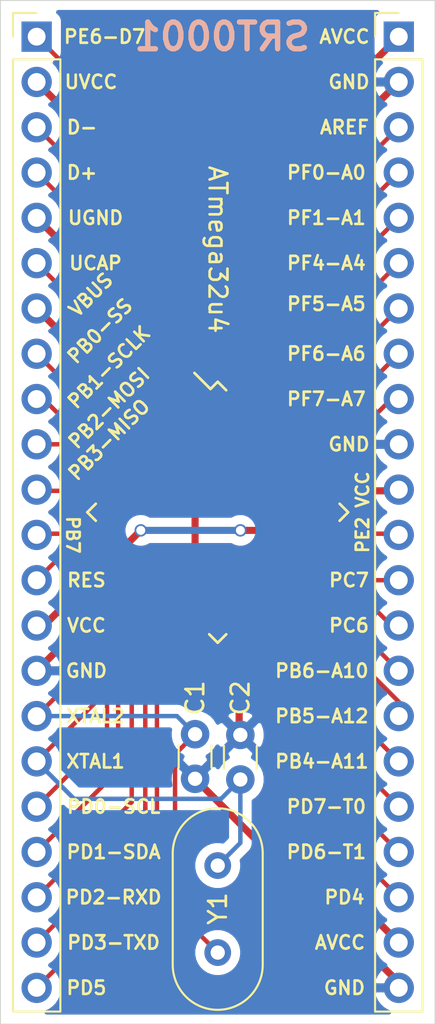
<source format=kicad_pcb>
(kicad_pcb (version 20171130) (host pcbnew "(5.1.7)-1")

  (general
    (thickness 1.6)
    (drawings 50)
    (tracks 181)
    (zones 0)
    (modules 6)
    (nets 40)
  )

  (page A4)
  (layers
    (0 F.Cu signal)
    (31 B.Cu signal)
    (32 B.Adhes user)
    (33 F.Adhes user)
    (34 B.Paste user)
    (35 F.Paste user)
    (36 B.SilkS user)
    (37 F.SilkS user)
    (38 B.Mask user)
    (39 F.Mask user)
    (40 Dwgs.User user)
    (41 Cmts.User user)
    (42 Eco1.User user)
    (43 Eco2.User user)
    (44 Edge.Cuts user)
    (45 Margin user)
    (46 B.CrtYd user)
    (47 F.CrtYd user)
    (48 B.Fab user)
    (49 F.Fab user)
  )

  (setup
    (last_trace_width 0.25)
    (trace_clearance 0.2)
    (zone_clearance 0.508)
    (zone_45_only no)
    (trace_min 0.2)
    (via_size 0.8)
    (via_drill 0.4)
    (via_min_size 0.4)
    (via_min_drill 0.3)
    (uvia_size 0.3)
    (uvia_drill 0.1)
    (uvias_allowed no)
    (uvia_min_size 0.2)
    (uvia_min_drill 0.1)
    (edge_width 0.05)
    (segment_width 0.2)
    (pcb_text_width 0.3)
    (pcb_text_size 1.5 1.5)
    (mod_edge_width 0.12)
    (mod_text_size 1 1)
    (mod_text_width 0.15)
    (pad_size 1.524 1.524)
    (pad_drill 0.762)
    (pad_to_mask_clearance 0.0508)
    (solder_mask_min_width 0.101)
    (aux_axis_origin 0 0)
    (visible_elements 7FFFFFFF)
    (pcbplotparams
      (layerselection 0x010fc_ffffffff)
      (usegerberextensions true)
      (usegerberattributes true)
      (usegerberadvancedattributes true)
      (creategerberjobfile true)
      (excludeedgelayer true)
      (linewidth 0.100000)
      (plotframeref false)
      (viasonmask false)
      (mode 1)
      (useauxorigin false)
      (hpglpennumber 1)
      (hpglpenspeed 20)
      (hpglpendiameter 15.000000)
      (psnegative false)
      (psa4output false)
      (plotreference true)
      (plotvalue true)
      (plotinvisibletext false)
      (padsonsilk false)
      (subtractmaskfromsilk false)
      (outputformat 1)
      (mirror false)
      (drillshape 0)
      (scaleselection 1)
      (outputdirectory "gerbers"))
  )

  (net 0 "")
  (net 1 D7)
  (net 2 UVCC)
  (net 3 D-)
  (net 4 D+)
  (net 5 UGND)
  (net 6 UCAP)
  (net 7 VBUS)
  (net 8 PB0)
  (net 9 PB1)
  (net 10 PB2)
  (net 11 PB3)
  (net 12 PB7)
  (net 13 RESET)
  (net 14 VCC)
  (net 15 GND)
  (net 16 XTAL2)
  (net 17 XTAL1)
  (net 18 PD0)
  (net 19 PD1)
  (net 20 PD2)
  (net 21 PD3)
  (net 22 PD5)
  (net 23 AVCC)
  (net 24 PD4)
  (net 25 PD6)
  (net 26 PD7)
  (net 27 PB4)
  (net 28 PB5)
  (net 29 PB6)
  (net 30 PC7)
  (net 31 PE2)
  (net 32 PF7)
  (net 33 PF6)
  (net 34 PF5)
  (net 35 PF4)
  (net 36 PF1)
  (net 37 PF0)
  (net 38 AREF)
  (net 39 PC6)

  (net_class Default "This is the default net class."
    (clearance 0.2)
    (trace_width 0.25)
    (via_dia 0.8)
    (via_drill 0.4)
    (uvia_dia 0.3)
    (uvia_drill 0.1)
    (add_net AREF)
    (add_net D+)
    (add_net D-)
    (add_net D7)
    (add_net PB0)
    (add_net PB1)
    (add_net PB2)
    (add_net PB3)
    (add_net PB4)
    (add_net PB5)
    (add_net PB6)
    (add_net PB7)
    (add_net PC6)
    (add_net PC7)
    (add_net PD0)
    (add_net PD1)
    (add_net PD2)
    (add_net PD3)
    (add_net PD4)
    (add_net PD5)
    (add_net PD6)
    (add_net PD7)
    (add_net PE2)
    (add_net PF0)
    (add_net PF1)
    (add_net PF4)
    (add_net PF5)
    (add_net PF6)
    (add_net PF7)
    (add_net RESET)
    (add_net UCAP)
    (add_net XTAL1)
    (add_net XTAL2)
  )

  (net_class Power ""
    (clearance 0.2)
    (trace_width 0.4)
    (via_dia 0.7)
    (via_drill 0.5)
    (uvia_dia 0.3)
    (uvia_drill 0.1)
    (add_net AVCC)
    (add_net GND)
    (add_net UGND)
    (add_net UVCC)
    (add_net VBUS)
    (add_net VCC)
  )

  (module Crystal:Crystal_HC49-U_Vertical (layer F.Cu) (tedit 5A1AD3B8) (tstamp 5FA1FDDF)
    (at 141.986 117.602 270)
    (descr "Crystal THT HC-49/U http://5hertz.com/pdfs/04404_D.pdf")
    (tags "THT crystalHC-49/U")
    (path /5FA2C1B8)
    (fp_text reference Y1 (at 2.413 0 90) (layer F.SilkS)
      (effects (font (size 1 1) (thickness 0.15)))
    )
    (fp_text value 16MHz (at 9.398 -0.254) (layer F.Fab) hide
      (effects (font (size 1 1) (thickness 0.15)))
    )
    (fp_line (start 8.4 -2.8) (end -3.5 -2.8) (layer F.CrtYd) (width 0.05))
    (fp_line (start 8.4 2.8) (end 8.4 -2.8) (layer F.CrtYd) (width 0.05))
    (fp_line (start -3.5 2.8) (end 8.4 2.8) (layer F.CrtYd) (width 0.05))
    (fp_line (start -3.5 -2.8) (end -3.5 2.8) (layer F.CrtYd) (width 0.05))
    (fp_line (start -0.685 2.525) (end 5.565 2.525) (layer F.SilkS) (width 0.12))
    (fp_line (start -0.685 -2.525) (end 5.565 -2.525) (layer F.SilkS) (width 0.12))
    (fp_line (start -0.56 2) (end 5.44 2) (layer F.Fab) (width 0.1))
    (fp_line (start -0.56 -2) (end 5.44 -2) (layer F.Fab) (width 0.1))
    (fp_line (start -0.685 2.325) (end 5.565 2.325) (layer F.Fab) (width 0.1))
    (fp_line (start -0.685 -2.325) (end 5.565 -2.325) (layer F.Fab) (width 0.1))
    (fp_text user %R (at 2.44 0 90) (layer F.Fab) hide
      (effects (font (size 1 1) (thickness 0.15)))
    )
    (fp_arc (start -0.685 0) (end -0.685 -2.325) (angle -180) (layer F.Fab) (width 0.1))
    (fp_arc (start 5.565 0) (end 5.565 -2.325) (angle 180) (layer F.Fab) (width 0.1))
    (fp_arc (start -0.56 0) (end -0.56 -2) (angle -180) (layer F.Fab) (width 0.1))
    (fp_arc (start 5.44 0) (end 5.44 -2) (angle 180) (layer F.Fab) (width 0.1))
    (fp_arc (start -0.685 0) (end -0.685 -2.525) (angle -180) (layer F.SilkS) (width 0.12))
    (fp_arc (start 5.565 0) (end 5.565 -2.525) (angle 180) (layer F.SilkS) (width 0.12))
    (pad 1 thru_hole circle (at 0 0 270) (size 1.5 1.5) (drill 0.8) (layers *.Cu *.Mask)
      (net 17 XTAL1))
    (pad 2 thru_hole circle (at 4.88 0 270) (size 1.5 1.5) (drill 0.8) (layers *.Cu *.Mask)
      (net 16 XTAL2))
    (model ${KISYS3DMOD}/Crystal.3dshapes/Crystal_HC49-U_Vertical.wrl
      (at (xyz 0 0 0))
      (scale (xyz 1 1 1))
      (rotate (xyz 0 0 0))
    )
  )

  (module Package_QFP:TQFP-44_10x10mm_P0.8mm (layer F.Cu) (tedit 5A02F146) (tstamp 5FA12940)
    (at 141.986 97.79 315)
    (descr "44-Lead Plastic Thin Quad Flatpack (PT) - 10x10x1.0 mm Body [TQFP] (see Microchip Packaging Specification 00000049BS.pdf)")
    (tags "QFP 0.8")
    (path /5FA1231A)
    (attr smd)
    (fp_text reference U1 (at -7.36381 -7.36381) (layer F.SilkS) hide
      (effects (font (size 1 1) (thickness 0.15)))
    )
    (fp_text value ATmega32U4-AU (at 6.106574 6.106574) (layer F.Fab) hide
      (effects (font (size 1 1) (thickness 0.15)))
    )
    (fp_line (start -5.175 -4.6) (end -6.45 -4.6) (layer F.SilkS) (width 0.15))
    (fp_line (start 5.175 -5.175) (end 4.5 -5.175) (layer F.SilkS) (width 0.15))
    (fp_line (start 5.175 5.175) (end 4.5 5.175) (layer F.SilkS) (width 0.15))
    (fp_line (start -5.175 5.175) (end -4.5 5.175) (layer F.SilkS) (width 0.15))
    (fp_line (start -5.175 -5.175) (end -4.5 -5.175) (layer F.SilkS) (width 0.15))
    (fp_line (start -5.175 5.175) (end -5.175 4.5) (layer F.SilkS) (width 0.15))
    (fp_line (start 5.175 5.175) (end 5.175 4.5) (layer F.SilkS) (width 0.15))
    (fp_line (start 5.175 -5.175) (end 5.175 -4.5) (layer F.SilkS) (width 0.15))
    (fp_line (start -5.175 -5.175) (end -5.175 -4.6) (layer F.SilkS) (width 0.15))
    (fp_line (start -6.7 6.7) (end 6.7 6.7) (layer F.CrtYd) (width 0.05))
    (fp_line (start -6.7 -6.7) (end 6.7 -6.7) (layer F.CrtYd) (width 0.05))
    (fp_line (start 6.7 -6.7) (end 6.7 6.7) (layer F.CrtYd) (width 0.05))
    (fp_line (start -6.7 -6.7) (end -6.7 6.7) (layer F.CrtYd) (width 0.05))
    (fp_line (start -5 -4) (end -4 -5) (layer F.Fab) (width 0.15))
    (fp_line (start -5 5) (end -5 -4) (layer F.Fab) (width 0.15))
    (fp_line (start 5 5) (end -5 5) (layer F.Fab) (width 0.15))
    (fp_line (start 5 -5) (end 5 5) (layer F.Fab) (width 0.15))
    (fp_line (start -4 -5) (end 5 -5) (layer F.Fab) (width 0.15))
    (fp_text user %R (at 0 0 135) (layer F.Fab) hide
      (effects (font (size 1 1) (thickness 0.15)))
    )
    (pad 1 smd rect (at -5.7 -4 315) (size 1.5 0.55) (layers F.Cu F.Paste F.Mask)
      (net 1 D7))
    (pad 2 smd rect (at -5.7 -3.2 315) (size 1.5 0.55) (layers F.Cu F.Paste F.Mask)
      (net 2 UVCC))
    (pad 3 smd rect (at -5.7 -2.4 315) (size 1.5 0.55) (layers F.Cu F.Paste F.Mask)
      (net 3 D-))
    (pad 4 smd rect (at -5.7 -1.6 315) (size 1.5 0.55) (layers F.Cu F.Paste F.Mask)
      (net 4 D+))
    (pad 5 smd rect (at -5.7 -0.8 315) (size 1.5 0.55) (layers F.Cu F.Paste F.Mask)
      (net 5 UGND))
    (pad 6 smd rect (at -5.7 0 315) (size 1.5 0.55) (layers F.Cu F.Paste F.Mask)
      (net 6 UCAP))
    (pad 7 smd rect (at -5.7 0.8 315) (size 1.5 0.55) (layers F.Cu F.Paste F.Mask)
      (net 7 VBUS))
    (pad 8 smd rect (at -5.7 1.6 315) (size 1.5 0.55) (layers F.Cu F.Paste F.Mask)
      (net 8 PB0))
    (pad 9 smd rect (at -5.7 2.4 315) (size 1.5 0.55) (layers F.Cu F.Paste F.Mask)
      (net 9 PB1))
    (pad 10 smd rect (at -5.7 3.2 315) (size 1.5 0.55) (layers F.Cu F.Paste F.Mask)
      (net 10 PB2))
    (pad 11 smd rect (at -5.7 4 315) (size 1.5 0.55) (layers F.Cu F.Paste F.Mask)
      (net 11 PB3))
    (pad 12 smd rect (at -4 5.7 45) (size 1.5 0.55) (layers F.Cu F.Paste F.Mask)
      (net 12 PB7))
    (pad 13 smd rect (at -3.2 5.7 45) (size 1.5 0.55) (layers F.Cu F.Paste F.Mask)
      (net 13 RESET))
    (pad 14 smd rect (at -2.4 5.7 45) (size 1.5 0.55) (layers F.Cu F.Paste F.Mask)
      (net 14 VCC))
    (pad 15 smd rect (at -1.6 5.7 45) (size 1.5 0.55) (layers F.Cu F.Paste F.Mask)
      (net 15 GND))
    (pad 16 smd rect (at -0.8 5.7 45) (size 1.5 0.55) (layers F.Cu F.Paste F.Mask)
      (net 16 XTAL2))
    (pad 17 smd rect (at 0 5.7 45) (size 1.5 0.55) (layers F.Cu F.Paste F.Mask)
      (net 17 XTAL1))
    (pad 18 smd rect (at 0.8 5.7 45) (size 1.5 0.55) (layers F.Cu F.Paste F.Mask)
      (net 18 PD0))
    (pad 19 smd rect (at 1.6 5.7 45) (size 1.5 0.55) (layers F.Cu F.Paste F.Mask)
      (net 19 PD1))
    (pad 20 smd rect (at 2.4 5.7 45) (size 1.5 0.55) (layers F.Cu F.Paste F.Mask)
      (net 20 PD2))
    (pad 21 smd rect (at 3.2 5.7 45) (size 1.5 0.55) (layers F.Cu F.Paste F.Mask)
      (net 21 PD3))
    (pad 22 smd rect (at 4 5.7 45) (size 1.5 0.55) (layers F.Cu F.Paste F.Mask)
      (net 22 PD5))
    (pad 23 smd rect (at 5.7 4 315) (size 1.5 0.55) (layers F.Cu F.Paste F.Mask)
      (net 15 GND))
    (pad 24 smd rect (at 5.7 3.2 315) (size 1.5 0.55) (layers F.Cu F.Paste F.Mask)
      (net 23 AVCC))
    (pad 25 smd rect (at 5.7 2.4 315) (size 1.5 0.55) (layers F.Cu F.Paste F.Mask)
      (net 24 PD4))
    (pad 26 smd rect (at 5.7 1.6 315) (size 1.5 0.55) (layers F.Cu F.Paste F.Mask)
      (net 25 PD6))
    (pad 27 smd rect (at 5.7 0.8 315) (size 1.5 0.55) (layers F.Cu F.Paste F.Mask)
      (net 26 PD7))
    (pad 28 smd rect (at 5.7 0 315) (size 1.5 0.55) (layers F.Cu F.Paste F.Mask)
      (net 27 PB4))
    (pad 29 smd rect (at 5.7 -0.8 315) (size 1.5 0.55) (layers F.Cu F.Paste F.Mask)
      (net 28 PB5))
    (pad 30 smd rect (at 5.7 -1.6 315) (size 1.5 0.55) (layers F.Cu F.Paste F.Mask)
      (net 29 PB6))
    (pad 31 smd rect (at 5.7 -2.4 315) (size 1.5 0.55) (layers F.Cu F.Paste F.Mask)
      (net 39 PC6))
    (pad 32 smd rect (at 5.7 -3.2 315) (size 1.5 0.55) (layers F.Cu F.Paste F.Mask)
      (net 30 PC7))
    (pad 33 smd rect (at 5.7 -4 315) (size 1.5 0.55) (layers F.Cu F.Paste F.Mask)
      (net 31 PE2))
    (pad 34 smd rect (at 4 -5.7 45) (size 1.5 0.55) (layers F.Cu F.Paste F.Mask)
      (net 14 VCC))
    (pad 35 smd rect (at 3.2 -5.7 45) (size 1.5 0.55) (layers F.Cu F.Paste F.Mask)
      (net 15 GND))
    (pad 36 smd rect (at 2.4 -5.7 45) (size 1.5 0.55) (layers F.Cu F.Paste F.Mask)
      (net 32 PF7))
    (pad 37 smd rect (at 1.6 -5.7 45) (size 1.5 0.55) (layers F.Cu F.Paste F.Mask)
      (net 33 PF6))
    (pad 38 smd rect (at 0.8 -5.7 45) (size 1.5 0.55) (layers F.Cu F.Paste F.Mask)
      (net 34 PF5))
    (pad 39 smd rect (at 0 -5.7 45) (size 1.5 0.55) (layers F.Cu F.Paste F.Mask)
      (net 35 PF4))
    (pad 40 smd rect (at -0.8 -5.7 45) (size 1.5 0.55) (layers F.Cu F.Paste F.Mask)
      (net 36 PF1))
    (pad 41 smd rect (at -1.6 -5.7 45) (size 1.5 0.55) (layers F.Cu F.Paste F.Mask)
      (net 37 PF0))
    (pad 42 smd rect (at -2.4 -5.7 45) (size 1.5 0.55) (layers F.Cu F.Paste F.Mask)
      (net 38 AREF))
    (pad 43 smd rect (at -3.2 -5.7 45) (size 1.5 0.55) (layers F.Cu F.Paste F.Mask)
      (net 15 GND))
    (pad 44 smd rect (at -4 -5.7 45) (size 1.5 0.55) (layers F.Cu F.Paste F.Mask)
      (net 23 AVCC))
    (model ${KISYS3DMOD}/Package_QFP.3dshapes/TQFP-44_10x10mm_P0.8mm.wrl
      (at (xyz 0 0 0))
      (scale (xyz 1 1 1))
      (rotate (xyz 0 0 0))
    )
  )

  (module Connector_PinHeader_2.54mm:PinHeader_1x22_P2.54mm_Vertical (layer F.Cu) (tedit 59FED5CC) (tstamp 5FA5DBF0)
    (at 131.826 71.12)
    (descr "Through hole straight pin header, 1x22, 2.54mm pitch, single row")
    (tags "Through hole pin header THT 1x22 2.54mm single row")
    (path /5FA14228)
    (fp_text reference J1 (at 0 -2.33) (layer F.SilkS) hide
      (effects (font (size 1 1) (thickness 0.15)))
    )
    (fp_text value Conn_01x22_Male (at 0 55.67) (layer F.Fab) hide
      (effects (font (size 1 1) (thickness 0.15)))
    )
    (fp_line (start 1.8 -1.8) (end -1.8 -1.8) (layer F.CrtYd) (width 0.05))
    (fp_line (start 1.8 55.15) (end 1.8 -1.8) (layer F.CrtYd) (width 0.05))
    (fp_line (start -1.8 55.15) (end 1.8 55.15) (layer F.CrtYd) (width 0.05))
    (fp_line (start -1.8 -1.8) (end -1.8 55.15) (layer F.CrtYd) (width 0.05))
    (fp_line (start -1.33 -1.33) (end 0 -1.33) (layer F.SilkS) (width 0.12))
    (fp_line (start -1.33 0) (end -1.33 -1.33) (layer F.SilkS) (width 0.12))
    (fp_line (start -1.33 1.27) (end 1.33 1.27) (layer F.SilkS) (width 0.12))
    (fp_line (start 1.33 1.27) (end 1.33 54.67) (layer F.SilkS) (width 0.12))
    (fp_line (start -1.33 1.27) (end -1.33 54.67) (layer F.SilkS) (width 0.12))
    (fp_line (start -1.33 54.67) (end 1.33 54.67) (layer F.SilkS) (width 0.12))
    (fp_line (start -1.27 -0.635) (end -0.635 -1.27) (layer F.Fab) (width 0.1))
    (fp_line (start -1.27 54.61) (end -1.27 -0.635) (layer F.Fab) (width 0.1))
    (fp_line (start 1.27 54.61) (end -1.27 54.61) (layer F.Fab) (width 0.1))
    (fp_line (start 1.27 -1.27) (end 1.27 54.61) (layer F.Fab) (width 0.1))
    (fp_line (start -0.635 -1.27) (end 1.27 -1.27) (layer F.Fab) (width 0.1))
    (fp_text user %R (at 0 26.67 90) (layer F.Fab)
      (effects (font (size 1 1) (thickness 0.15)))
    )
    (pad 1 thru_hole rect (at 0 0) (size 1.7 1.7) (drill 1) (layers *.Cu *.Mask)
      (net 1 D7))
    (pad 2 thru_hole oval (at 0 2.54) (size 1.7 1.7) (drill 1) (layers *.Cu *.Mask)
      (net 2 UVCC))
    (pad 3 thru_hole oval (at 0 5.08) (size 1.7 1.7) (drill 1) (layers *.Cu *.Mask)
      (net 3 D-))
    (pad 4 thru_hole oval (at 0 7.62) (size 1.7 1.7) (drill 1) (layers *.Cu *.Mask)
      (net 4 D+))
    (pad 5 thru_hole oval (at 0 10.16) (size 1.7 1.7) (drill 1) (layers *.Cu *.Mask)
      (net 5 UGND))
    (pad 6 thru_hole oval (at 0 12.7) (size 1.7 1.7) (drill 1) (layers *.Cu *.Mask)
      (net 6 UCAP))
    (pad 7 thru_hole oval (at 0 15.24) (size 1.7 1.7) (drill 1) (layers *.Cu *.Mask)
      (net 7 VBUS))
    (pad 8 thru_hole oval (at 0 17.78) (size 1.7 1.7) (drill 1) (layers *.Cu *.Mask)
      (net 8 PB0))
    (pad 9 thru_hole oval (at 0 20.32) (size 1.7 1.7) (drill 1) (layers *.Cu *.Mask)
      (net 9 PB1))
    (pad 10 thru_hole oval (at 0 22.86) (size 1.7 1.7) (drill 1) (layers *.Cu *.Mask)
      (net 10 PB2))
    (pad 11 thru_hole oval (at 0 25.4) (size 1.7 1.7) (drill 1) (layers *.Cu *.Mask)
      (net 11 PB3))
    (pad 12 thru_hole oval (at 0 27.94) (size 1.7 1.7) (drill 1) (layers *.Cu *.Mask)
      (net 12 PB7))
    (pad 13 thru_hole oval (at 0 30.48) (size 1.7 1.7) (drill 1) (layers *.Cu *.Mask)
      (net 13 RESET))
    (pad 14 thru_hole oval (at 0 33.02) (size 1.7 1.7) (drill 1) (layers *.Cu *.Mask)
      (net 14 VCC))
    (pad 15 thru_hole oval (at 0 35.56) (size 1.7 1.7) (drill 1) (layers *.Cu *.Mask)
      (net 15 GND))
    (pad 16 thru_hole oval (at 0 38.1) (size 1.7 1.7) (drill 1) (layers *.Cu *.Mask)
      (net 16 XTAL2))
    (pad 17 thru_hole oval (at 0 40.64) (size 1.7 1.7) (drill 1) (layers *.Cu *.Mask)
      (net 17 XTAL1))
    (pad 18 thru_hole oval (at 0 43.18) (size 1.7 1.7) (drill 1) (layers *.Cu *.Mask)
      (net 18 PD0))
    (pad 19 thru_hole oval (at 0 45.72) (size 1.7 1.7) (drill 1) (layers *.Cu *.Mask)
      (net 19 PD1))
    (pad 20 thru_hole oval (at 0 48.26) (size 1.7 1.7) (drill 1) (layers *.Cu *.Mask)
      (net 20 PD2))
    (pad 21 thru_hole oval (at 0 50.8) (size 1.7 1.7) (drill 1) (layers *.Cu *.Mask)
      (net 21 PD3))
    (pad 22 thru_hole oval (at 0 53.34) (size 1.7 1.7) (drill 1) (layers *.Cu *.Mask)
      (net 22 PD5))
    (model ${KISYS3DMOD}/Connector_PinHeader_2.54mm.3dshapes/PinHeader_1x22_P2.54mm_Vertical.wrl
      (at (xyz 0 0 0))
      (scale (xyz 1 1 1))
      (rotate (xyz 0 0 0))
    )
  )

  (module Connector_PinHeader_2.54mm:PinHeader_1x22_P2.54mm_Vertical (layer F.Cu) (tedit 59FED5CC) (tstamp 5FA124BB)
    (at 152.146 71.12)
    (descr "Through hole straight pin header, 1x22, 2.54mm pitch, single row")
    (tags "Through hole pin header THT 1x22 2.54mm single row")
    (path /5FA15EFC)
    (fp_text reference J2 (at 0 -2.33) (layer F.SilkS) hide
      (effects (font (size 1 1) (thickness 0.15)))
    )
    (fp_text value Conn_01x22_Male (at 0 55.67) (layer F.Fab) hide
      (effects (font (size 1 1) (thickness 0.15)))
    )
    (fp_line (start -0.635 -1.27) (end 1.27 -1.27) (layer F.Fab) (width 0.1))
    (fp_line (start 1.27 -1.27) (end 1.27 54.61) (layer F.Fab) (width 0.1))
    (fp_line (start 1.27 54.61) (end -1.27 54.61) (layer F.Fab) (width 0.1))
    (fp_line (start -1.27 54.61) (end -1.27 -0.635) (layer F.Fab) (width 0.1))
    (fp_line (start -1.27 -0.635) (end -0.635 -1.27) (layer F.Fab) (width 0.1))
    (fp_line (start -1.33 54.67) (end 1.33 54.67) (layer F.SilkS) (width 0.12))
    (fp_line (start -1.33 1.27) (end -1.33 54.67) (layer F.SilkS) (width 0.12))
    (fp_line (start 1.33 1.27) (end 1.33 54.67) (layer F.SilkS) (width 0.12))
    (fp_line (start -1.33 1.27) (end 1.33 1.27) (layer F.SilkS) (width 0.12))
    (fp_line (start -1.33 0) (end -1.33 -1.33) (layer F.SilkS) (width 0.12))
    (fp_line (start -1.33 -1.33) (end 0 -1.33) (layer F.SilkS) (width 0.12))
    (fp_line (start -1.8 -1.8) (end -1.8 55.15) (layer F.CrtYd) (width 0.05))
    (fp_line (start -1.8 55.15) (end 1.8 55.15) (layer F.CrtYd) (width 0.05))
    (fp_line (start 1.8 55.15) (end 1.8 -1.8) (layer F.CrtYd) (width 0.05))
    (fp_line (start 1.8 -1.8) (end -1.8 -1.8) (layer F.CrtYd) (width 0.05))
    (fp_text user %R (at 0 26.67 90) (layer F.Fab)
      (effects (font (size 1 1) (thickness 0.15)))
    )
    (pad 22 thru_hole oval (at 0 53.34) (size 1.7 1.7) (drill 1) (layers *.Cu *.Mask)
      (net 15 GND))
    (pad 21 thru_hole oval (at 0 50.8) (size 1.7 1.7) (drill 1) (layers *.Cu *.Mask)
      (net 23 AVCC))
    (pad 20 thru_hole oval (at 0 48.26) (size 1.7 1.7) (drill 1) (layers *.Cu *.Mask)
      (net 24 PD4))
    (pad 19 thru_hole oval (at 0 45.72) (size 1.7 1.7) (drill 1) (layers *.Cu *.Mask)
      (net 25 PD6))
    (pad 18 thru_hole oval (at 0 43.18) (size 1.7 1.7) (drill 1) (layers *.Cu *.Mask)
      (net 26 PD7))
    (pad 17 thru_hole oval (at 0 40.64) (size 1.7 1.7) (drill 1) (layers *.Cu *.Mask)
      (net 27 PB4))
    (pad 16 thru_hole oval (at 0 38.1) (size 1.7 1.7) (drill 1) (layers *.Cu *.Mask)
      (net 28 PB5))
    (pad 15 thru_hole oval (at 0 35.56) (size 1.7 1.7) (drill 1) (layers *.Cu *.Mask)
      (net 29 PB6))
    (pad 14 thru_hole oval (at 0 33.02) (size 1.7 1.7) (drill 1) (layers *.Cu *.Mask)
      (net 39 PC6))
    (pad 13 thru_hole oval (at 0 30.48) (size 1.7 1.7) (drill 1) (layers *.Cu *.Mask)
      (net 30 PC7))
    (pad 12 thru_hole oval (at 0 27.94) (size 1.7 1.7) (drill 1) (layers *.Cu *.Mask)
      (net 31 PE2))
    (pad 11 thru_hole oval (at 0 25.4) (size 1.7 1.7) (drill 1) (layers *.Cu *.Mask)
      (net 14 VCC))
    (pad 10 thru_hole oval (at 0 22.86) (size 1.7 1.7) (drill 1) (layers *.Cu *.Mask)
      (net 15 GND))
    (pad 9 thru_hole oval (at 0 20.32) (size 1.7 1.7) (drill 1) (layers *.Cu *.Mask)
      (net 32 PF7))
    (pad 8 thru_hole oval (at 0 17.78) (size 1.7 1.7) (drill 1) (layers *.Cu *.Mask)
      (net 33 PF6))
    (pad 7 thru_hole oval (at 0 15.24) (size 1.7 1.7) (drill 1) (layers *.Cu *.Mask)
      (net 34 PF5))
    (pad 6 thru_hole oval (at 0 12.7) (size 1.7 1.7) (drill 1) (layers *.Cu *.Mask)
      (net 35 PF4))
    (pad 5 thru_hole oval (at 0 10.16) (size 1.7 1.7) (drill 1) (layers *.Cu *.Mask)
      (net 36 PF1))
    (pad 4 thru_hole oval (at 0 7.62) (size 1.7 1.7) (drill 1) (layers *.Cu *.Mask)
      (net 37 PF0))
    (pad 3 thru_hole oval (at 0 5.08) (size 1.7 1.7) (drill 1) (layers *.Cu *.Mask)
      (net 38 AREF))
    (pad 2 thru_hole oval (at 0 2.54) (size 1.7 1.7) (drill 1) (layers *.Cu *.Mask)
      (net 15 GND))
    (pad 1 thru_hole rect (at 0 0) (size 1.7 1.7) (drill 1) (layers *.Cu *.Mask)
      (net 23 AVCC))
    (model ${KISYS3DMOD}/Connector_PinHeader_2.54mm.3dshapes/PinHeader_1x22_P2.54mm_Vertical.wrl
      (at (xyz 0 0 0))
      (scale (xyz 1 1 1))
      (rotate (xyz 0 0 0))
    )
  )

  (module Capacitor_THT:C_Disc_D3.0mm_W1.6mm_P2.50mm (layer F.Cu) (tedit 5AE50EF0) (tstamp 5FA5318F)
    (at 143.256 112.776 90)
    (descr "C, Disc series, Radial, pin pitch=2.50mm, , diameter*width=3.0*1.6mm^2, Capacitor, http://www.vishay.com/docs/45233/krseries.pdf")
    (tags "C Disc series Radial pin pitch 2.50mm  diameter 3.0mm width 1.6mm Capacitor")
    (path /5FA2D004)
    (fp_text reference C2 (at 4.572 0 90) (layer F.SilkS)
      (effects (font (size 1 1) (thickness 0.15)))
    )
    (fp_text value 22pF (at 1.778 2.032 90) (layer F.Fab) hide
      (effects (font (size 1 1) (thickness 0.15)))
    )
    (fp_line (start 3.55 -1.05) (end -1.05 -1.05) (layer F.CrtYd) (width 0.05))
    (fp_line (start 3.55 1.05) (end 3.55 -1.05) (layer F.CrtYd) (width 0.05))
    (fp_line (start -1.05 1.05) (end 3.55 1.05) (layer F.CrtYd) (width 0.05))
    (fp_line (start -1.05 -1.05) (end -1.05 1.05) (layer F.CrtYd) (width 0.05))
    (fp_line (start 0.621 0.92) (end 1.879 0.92) (layer F.SilkS) (width 0.12))
    (fp_line (start 0.621 -0.92) (end 1.879 -0.92) (layer F.SilkS) (width 0.12))
    (fp_line (start 2.75 -0.8) (end -0.25 -0.8) (layer F.Fab) (width 0.1))
    (fp_line (start 2.75 0.8) (end 2.75 -0.8) (layer F.Fab) (width 0.1))
    (fp_line (start -0.25 0.8) (end 2.75 0.8) (layer F.Fab) (width 0.1))
    (fp_line (start -0.25 -0.8) (end -0.25 0.8) (layer F.Fab) (width 0.1))
    (fp_text user %R (at 1.25 0 90) (layer F.Fab)
      (effects (font (size 0.6 0.6) (thickness 0.09)))
    )
    (pad 1 thru_hole circle (at 0 0 90) (size 1.6 1.6) (drill 0.8) (layers *.Cu *.Mask)
      (net 17 XTAL1))
    (pad 2 thru_hole circle (at 2.5 0 90) (size 1.6 1.6) (drill 0.8) (layers *.Cu *.Mask)
      (net 15 GND))
    (model ${KISYS3DMOD}/Capacitor_THT.3dshapes/C_Disc_D3.0mm_W1.6mm_P2.50mm.wrl
      (at (xyz 0 0 0))
      (scale (xyz 1 1 1))
      (rotate (xyz 0 0 0))
    )
  )

  (module Capacitor_THT:C_Disc_D3.0mm_W1.6mm_P2.50mm (layer F.Cu) (tedit 5AE50EF0) (tstamp 5FA53250)
    (at 140.716 110.236 270)
    (descr "C, Disc series, Radial, pin pitch=2.50mm, , diameter*width=3.0*1.6mm^2, Capacitor, http://www.vishay.com/docs/45233/krseries.pdf")
    (tags "C Disc series Radial pin pitch 2.50mm  diameter 3.0mm width 1.6mm Capacitor")
    (path /5FA2D75D)
    (fp_text reference C1 (at -2.032 0 90) (layer F.SilkS)
      (effects (font (size 1 1) (thickness 0.15)))
    )
    (fp_text value 22pF (at 1.016 2.032 90) (layer F.Fab) hide
      (effects (font (size 1 1) (thickness 0.15)))
    )
    (fp_line (start -0.25 -0.8) (end -0.25 0.8) (layer F.Fab) (width 0.1))
    (fp_line (start -0.25 0.8) (end 2.75 0.8) (layer F.Fab) (width 0.1))
    (fp_line (start 2.75 0.8) (end 2.75 -0.8) (layer F.Fab) (width 0.1))
    (fp_line (start 2.75 -0.8) (end -0.25 -0.8) (layer F.Fab) (width 0.1))
    (fp_line (start 0.621 -0.92) (end 1.879 -0.92) (layer F.SilkS) (width 0.12))
    (fp_line (start 0.621 0.92) (end 1.879 0.92) (layer F.SilkS) (width 0.12))
    (fp_line (start -1.05 -1.05) (end -1.05 1.05) (layer F.CrtYd) (width 0.05))
    (fp_line (start -1.05 1.05) (end 3.55 1.05) (layer F.CrtYd) (width 0.05))
    (fp_line (start 3.55 1.05) (end 3.55 -1.05) (layer F.CrtYd) (width 0.05))
    (fp_line (start 3.55 -1.05) (end -1.05 -1.05) (layer F.CrtYd) (width 0.05))
    (fp_text user %R (at 1.25 0 90) (layer F.Fab)
      (effects (font (size 0.6 0.6) (thickness 0.09)))
    )
    (pad 2 thru_hole circle (at 2.5 0 270) (size 1.6 1.6) (drill 0.8) (layers *.Cu *.Mask)
      (net 15 GND))
    (pad 1 thru_hole circle (at 0 0 270) (size 1.6 1.6) (drill 0.8) (layers *.Cu *.Mask)
      (net 16 XTAL2))
    (model ${KISYS3DMOD}/Capacitor_THT.3dshapes/C_Disc_D3.0mm_W1.6mm_P2.50mm.wrl
      (at (xyz 0 0 0))
      (scale (xyz 1 1 1))
      (rotate (xyz 0 0 0))
    )
  )

  (gr_text SRT0001 (at 142.24 71.12) (layer B.SilkS)
    (effects (font (size 1.5 1.5) (thickness 0.3)) (justify mirror))
  )
  (gr_line (start 129.794 69.088) (end 129.794 126.492) (layer Edge.Cuts) (width 0.05) (tstamp 5FA5D5CF))
  (gr_line (start 154.178 69.088) (end 129.794 69.088) (layer Edge.Cuts) (width 0.05))
  (gr_line (start 154.178 126.492) (end 154.178 69.088) (layer Edge.Cuts) (width 0.05))
  (gr_line (start 154.178 126.492) (end 129.794 126.492) (layer Edge.Cuts) (width 0.05))
  (gr_text ATmega32u4 (at 141.986 83.058 270) (layer F.SilkS)
    (effects (font (size 1 1) (thickness 0.15)))
  )
  (gr_text GND (at 149.098 124.46) (layer F.SilkS)
    (effects (font (size 0.75 0.75) (thickness 0.15)))
  )
  (gr_text AVCC (at 148.844 121.92) (layer F.SilkS)
    (effects (font (size 0.75 0.75) (thickness 0.15)))
  )
  (gr_text PD4 (at 149.098 119.38) (layer F.SilkS)
    (effects (font (size 0.75 0.75) (thickness 0.15)))
  )
  (gr_text PD6-T1 (at 148.082 116.84) (layer F.SilkS)
    (effects (font (size 0.75 0.75) (thickness 0.15)))
  )
  (gr_text PD7-T0 (at 148.082 114.3) (layer F.SilkS)
    (effects (font (size 0.75 0.75) (thickness 0.15)))
  )
  (gr_text PB4-A11 (at 147.828 111.76) (layer F.SilkS)
    (effects (font (size 0.75 0.75) (thickness 0.15)))
  )
  (gr_text PB5-A12 (at 147.828 109.22) (layer F.SilkS)
    (effects (font (size 0.75 0.75) (thickness 0.15)))
  )
  (gr_text PB6-A10 (at 147.828 106.68) (layer F.SilkS)
    (effects (font (size 0.75 0.75) (thickness 0.15)))
  )
  (gr_text PC6 (at 149.352 104.14) (layer F.SilkS)
    (effects (font (size 0.75 0.75) (thickness 0.15)))
  )
  (gr_text PC7 (at 149.352 101.6) (layer F.SilkS)
    (effects (font (size 0.75 0.75) (thickness 0.15)))
  )
  (gr_text PE2 (at 150.114 99.06 90) (layer F.SilkS)
    (effects (font (size 0.7 0.7) (thickness 0.15)))
  )
  (gr_text VCC (at 150.114 96.52 90) (layer F.SilkS)
    (effects (font (size 0.7 0.7) (thickness 0.15)))
  )
  (gr_text GND (at 149.352 93.98) (layer F.SilkS)
    (effects (font (size 0.75 0.75) (thickness 0.15)))
  )
  (gr_text PF7-A7 (at 148.082 91.44) (layer F.SilkS) (tstamp 5FA715E2)
    (effects (font (size 0.75 0.75) (thickness 0.15)))
  )
  (gr_text PF6-A6 (at 148.082 88.9) (layer F.SilkS)
    (effects (font (size 0.75 0.75) (thickness 0.15)))
  )
  (gr_text PF5-A5 (at 148.082 86.106) (layer F.SilkS)
    (effects (font (size 0.75 0.75) (thickness 0.15)))
  )
  (gr_text PF4-A4 (at 148.082 83.82) (layer F.SilkS)
    (effects (font (size 0.75 0.75) (thickness 0.15)))
  )
  (gr_text PF1-A1 (at 148.082 81.28) (layer F.SilkS)
    (effects (font (size 0.75 0.75) (thickness 0.15)))
  )
  (gr_text PF0-A0 (at 148.082 78.74) (layer F.SilkS)
    (effects (font (size 0.75 0.75) (thickness 0.15)))
  )
  (gr_text AREF (at 149.098 76.2) (layer F.SilkS)
    (effects (font (size 0.75 0.75) (thickness 0.15)))
  )
  (gr_text GND (at 149.352 73.66) (layer F.SilkS)
    (effects (font (size 0.75 0.75) (thickness 0.15)))
  )
  (gr_text AVCC (at 149.098 71.12) (layer F.SilkS)
    (effects (font (size 0.75 0.75) (thickness 0.15)))
  )
  (gr_text PD5 (at 134.62 124.46) (layer F.SilkS)
    (effects (font (size 0.75 0.75) (thickness 0.15)))
  )
  (gr_text PD3-TXD (at 136.144 121.92) (layer F.SilkS)
    (effects (font (size 0.75 0.75) (thickness 0.15)))
  )
  (gr_text PD2-RXD (at 136.144 119.38) (layer F.SilkS)
    (effects (font (size 0.75 0.75) (thickness 0.15)))
  )
  (gr_text PD1-SDA (at 136.144 116.84) (layer F.SilkS)
    (effects (font (size 0.75 0.75) (thickness 0.15)))
  )
  (gr_text PD0-SCL (at 136.144 114.3) (layer F.SilkS) (tstamp 5FA53389)
    (effects (font (size 0.75 0.75) (thickness 0.15)))
  )
  (gr_text XTAL1 (at 135.128 111.76) (layer F.SilkS)
    (effects (font (size 0.75 0.75) (thickness 0.15)))
  )
  (gr_text XTAL2 (at 135.128 109.22) (layer F.SilkS)
    (effects (font (size 0.75 0.75) (thickness 0.15)))
  )
  (gr_text GND (at 134.62 106.68) (layer F.SilkS)
    (effects (font (size 0.75 0.75) (thickness 0.15)))
  )
  (gr_text VCC (at 134.62 104.14) (layer F.SilkS)
    (effects (font (size 0.75 0.75) (thickness 0.15)))
  )
  (gr_text RES (at 134.62 101.6) (layer F.SilkS) (tstamp 5FA4A8DB)
    (effects (font (size 0.75 0.75) (thickness 0.15)))
  )
  (gr_text PB7 (at 133.858 99.06 270) (layer F.SilkS)
    (effects (font (size 0.7 0.7) (thickness 0.15)))
  )
  (gr_text PB3-MISO (at 135.89 93.726 45) (layer F.SilkS)
    (effects (font (size 0.75 0.75) (thickness 0.15)))
  )
  (gr_text PB2-MOSI (at 135.89 91.948 45) (layer F.SilkS) (tstamp 5FA5C274)
    (effects (font (size 0.75 0.75) (thickness 0.15)))
  )
  (gr_text PB1-SCLK (at 135.89 89.662 45) (layer F.SilkS)
    (effects (font (size 0.75 0.75) (thickness 0.15)))
  )
  (gr_text PB0-SS (at 135.382 87.63 45) (layer F.SilkS)
    (effects (font (size 0.75 0.75) (thickness 0.15)))
  )
  (gr_text VBUS (at 134.874 85.598 45) (layer F.SilkS) (tstamp 5FA71CB9)
    (effects (font (size 0.75 0.75) (thickness 0.15)))
  )
  (gr_text UCAP (at 135.128 83.82) (layer F.SilkS)
    (effects (font (size 0.75 0.75) (thickness 0.15)))
  )
  (gr_text UGND (at 135.128 81.28) (layer F.SilkS)
    (effects (font (size 0.75 0.75) (thickness 0.15)))
  )
  (gr_text D+ (at 134.366 78.74) (layer F.SilkS)
    (effects (font (size 0.75 0.75) (thickness 0.15)))
  )
  (gr_text D- (at 134.366 76.2) (layer F.SilkS)
    (effects (font (size 0.75 0.75) (thickness 0.15)))
  )
  (gr_text UVCC (at 134.874 73.66) (layer F.SilkS)
    (effects (font (size 0.75 0.75) (thickness 0.15)))
  )
  (gr_text PE6-D7 (at 135.636 71.12) (layer F.SilkS)
    (effects (font (size 0.75 0.75) (thickness 0.15)))
  )

  (segment (start 140.783918 80.077918) (end 131.826 71.12) (width 0.25) (layer F.Cu) (net 1))
  (segment (start 140.783918 90.931064) (end 140.783918 80.077918) (width 0.25) (layer F.Cu) (net 1))
  (segment (start 139.559124 90.837641) (end 140.218233 91.49675) (width 0.4) (layer F.Cu) (net 2))
  (segment (start 139.559124 81.393124) (end 139.559124 90.837641) (width 0.4) (layer F.Cu) (net 2))
  (segment (start 131.826 73.66) (end 139.559124 81.393124) (width 0.4) (layer F.Cu) (net 2))
  (segment (start 138.885612 91.295499) (end 139.652548 92.062435) (width 0.25) (layer F.Cu) (net 3))
  (segment (start 138.885612 83.259612) (end 138.885612 91.295499) (width 0.25) (layer F.Cu) (net 3))
  (segment (start 131.826 76.2) (end 138.885612 83.259612) (width 0.25) (layer F.Cu) (net 3))
  (segment (start 139.086862 92.62812) (end 138.602754 92.144012) (width 0.25) (layer F.Cu) (net 4) (status 30))
  (segment (start 137.93901 91.480268) (end 139.086862 92.62812) (width 0.25) (layer F.Cu) (net 4))
  (segment (start 137.93901 84.85301) (end 137.93901 91.480268) (width 0.25) (layer F.Cu) (net 4))
  (segment (start 131.826 78.74) (end 137.93901 84.85301) (width 0.25) (layer F.Cu) (net 4))
  (segment (start 138.521177 93.017045) (end 137.414 91.909868) (width 0.4) (layer F.Cu) (net 5))
  (segment (start 138.521177 93.193806) (end 138.521177 93.017045) (width 0.4) (layer F.Cu) (net 5))
  (segment (start 137.414 86.868) (end 131.826 81.28) (width 0.4) (layer F.Cu) (net 5))
  (segment (start 137.414 91.909868) (end 137.414 86.868) (width 0.4) (layer F.Cu) (net 5))
  (segment (start 136.45599 88.44999) (end 131.826 83.82) (width 0.25) (layer F.Cu) (net 6) (status 20))
  (segment (start 136.45599 92.25999) (end 136.45599 88.44999) (width 0.25) (layer F.Cu) (net 6))
  (segment (start 137.955491 93.759491) (end 136.45599 92.25999) (width 0.25) (layer F.Cu) (net 6) (status 10))
  (segment (start 137.389806 94.325177) (end 137.389806 94.04235) (width 0.25) (layer F.Cu) (net 7) (status 30))
  (segment (start 134.795 89.329) (end 131.826 86.36) (width 0.4) (layer F.Cu) (net 7))
  (segment (start 134.795 91.76571) (end 134.795 89.329) (width 0.4) (layer F.Cu) (net 7))
  (segment (start 137.354467 94.325177) (end 134.795 91.76571) (width 0.4) (layer F.Cu) (net 7))
  (segment (start 137.389806 94.325177) (end 137.354467 94.325177) (width 0.4) (layer F.Cu) (net 7))
  (segment (start 134.16999 91.24399) (end 131.826 88.9) (width 0.25) (layer F.Cu) (net 8) (status 20))
  (segment (start 134.16999 92.236732) (end 134.16999 91.24399) (width 0.25) (layer F.Cu) (net 8))
  (segment (start 136.82412 94.890862) (end 134.16999 92.236732) (width 0.25) (layer F.Cu) (net 8) (status 10))
  (segment (start 136.229609 95.456548) (end 132.210062 91.437001) (width 0.25) (layer F.Cu) (net 9) (status 30))
  (segment (start 136.512435 95.456548) (end 136.229609 95.456548) (width 0.25) (layer F.Cu) (net 9) (status 30))
  (segment (start 135.94675 96.022233) (end 133.901518 93.977001) (width 0.25) (layer F.Cu) (net 10) (status 10))
  (segment (start 131.828999 93.977001) (end 131.826 93.98) (width 0.25) (layer F.Cu) (net 10) (status 30))
  (segment (start 133.901518 93.977001) (end 131.828999 93.977001) (width 0.25) (layer F.Cu) (net 10) (status 20))
  (segment (start 131.893918 96.587918) (end 131.826 96.52) (width 0.25) (layer F.Cu) (net 11) (status 30))
  (segment (start 135.127064 96.587918) (end 131.893918 96.587918) (width 0.25) (layer F.Cu) (net 11) (status 30))
  (segment (start 131.893918 98.992082) (end 131.826 99.06) (width 0.25) (layer F.Cu) (net 12) (status 30))
  (segment (start 135.127064 98.992082) (end 131.893918 98.992082) (width 0.25) (layer F.Cu) (net 12) (status 30))
  (segment (start 135.94675 99.557767) (end 135.462641 100.041876) (width 0.25) (layer F.Cu) (net 13) (status 30))
  (segment (start 133.384124 100.041876) (end 131.826 101.6) (width 0.25) (layer F.Cu) (net 13) (status 20))
  (segment (start 135.208641 100.041876) (end 133.384124 100.041876) (width 0.25) (layer F.Cu) (net 13) (status 10))
  (segment (start 135.69275 99.557767) (end 135.208641 100.041876) (width 0.25) (layer F.Cu) (net 13) (status 30))
  (segment (start 152.078082 96.587918) (end 152.146 96.52) (width 0.4) (layer F.Cu) (net 14))
  (segment (start 148.844936 96.587918) (end 152.078082 96.587918) (width 0.4) (layer F.Cu) (net 14))
  (segment (start 132.241887 104.14) (end 131.826 104.14) (width 0.4) (layer F.Cu) (net 14))
  (segment (start 136.258435 100.123452) (end 132.241887 104.14) (width 0.4) (layer F.Cu) (net 14))
  (via (at 137.668 98.806) (size 0.7) (drill 0.5) (layers F.Cu B.Cu) (net 14))
  (segment (start 136.350548 100.123452) (end 137.668 98.806) (width 0.4) (layer F.Cu) (net 14))
  (segment (start 136.258435 100.123452) (end 136.350548 100.123452) (width 0.4) (layer F.Cu) (net 14))
  (via (at 143.256 98.806) (size 0.7) (drill 0.5) (layers F.Cu B.Cu) (net 14))
  (segment (start 137.668 98.806) (end 143.256 98.806) (width 0.4) (layer B.Cu) (net 14))
  (segment (start 146.626854 98.806) (end 148.844936 96.587918) (width 0.4) (layer F.Cu) (net 14))
  (segment (start 143.256 98.806) (end 146.626854 98.806) (width 0.4) (layer F.Cu) (net 14))
  (segment (start 140.796 112.736) (end 140.716 112.736) (width 0.25) (layer F.Cu) (net 15) (status 30))
  (segment (start 143.256 110.276) (end 140.796 112.736) (width 0.25) (layer F.Cu) (net 15) (status 30))
  (segment (start 148.27925 96.022233) (end 148.325767 96.022233) (width 0.4) (layer F.Cu) (net 15))
  (segment (start 150.368 93.98) (end 152.146 93.98) (width 0.4) (layer F.Cu) (net 15))
  (segment (start 148.325767 96.022233) (end 150.368 93.98) (width 0.4) (layer F.Cu) (net 15))
  (segment (start 143.188082 110.208082) (end 143.256 110.276) (width 0.4) (layer F.Cu) (net 15))
  (segment (start 143.188082 104.648936) (end 143.188082 110.208082) (width 0.4) (layer F.Cu) (net 15))
  (segment (start 134.34899 104.15701) (end 131.826 106.68) (width 0.4) (layer F.Cu) (net 15))
  (segment (start 134.34899 103.164268) (end 134.34899 104.15701) (width 0.4) (layer F.Cu) (net 15))
  (segment (start 136.82412 100.689138) (end 134.34899 103.164268) (width 0.4) (layer F.Cu) (net 15))
  (segment (start 138.669175 100.130029) (end 143.188082 104.648936) (width 0.4) (layer F.Cu) (net 15))
  (segment (start 137.383229 100.130029) (end 138.669175 100.130029) (width 0.4) (layer F.Cu) (net 15))
  (segment (start 136.82412 100.689138) (end 137.383229 100.130029) (width 0.4) (layer F.Cu) (net 15))
  (segment (start 147.543381 96.758102) (end 148.27925 96.022233) (width 0.4) (layer F.Cu) (net 15))
  (segment (start 147.388759 96.758102) (end 147.543381 96.758102) (width 0.4) (layer F.Cu) (net 15))
  (segment (start 143.194658 92.564001) (end 147.388759 96.758102) (width 0.4) (layer F.Cu) (net 15))
  (segment (start 143.194658 92.055859) (end 143.194658 92.564001) (width 0.4) (layer F.Cu) (net 15))
  (segment (start 143.753767 91.49675) (end 143.194658 92.055859) (width 0.4) (layer F.Cu) (net 15))
  (segment (start 144.312876 81.493124) (end 152.146 73.66) (width 0.4) (layer F.Cu) (net 15))
  (segment (start 144.312876 90.76088) (end 144.312876 81.493124) (width 0.4) (layer F.Cu) (net 15))
  (segment (start 143.753767 91.319989) (end 144.312876 90.76088) (width 0.4) (layer F.Cu) (net 15))
  (segment (start 143.753767 91.49675) (end 143.753767 91.319989) (width 0.4) (layer F.Cu) (net 15))
  (segment (start 152.146 124.166) (end 152.146 124.46) (width 0.4) (layer F.Cu) (net 15))
  (segment (start 140.716 112.736) (end 152.146 124.166) (width 0.4) (layer F.Cu) (net 15))
  (segment (start 131.826 109.22) (end 131.730002 109.22) (width 0.25) (layer F.Cu) (net 16) (status 30))
  (segment (start 131.828999 109.217001) (end 131.826 109.22) (width 0.25) (layer B.Cu) (net 16) (status 30))
  (segment (start 134.874 106.172) (end 131.826 109.22) (width 0.25) (layer F.Cu) (net 16) (status 20))
  (segment (start 134.874 103.770629) (end 134.874 106.172) (width 0.25) (layer F.Cu) (net 16))
  (segment (start 137.389806 101.254823) (end 134.874 103.770629) (width 0.25) (layer F.Cu) (net 16) (status 10))
  (segment (start 134.087412 109.22) (end 131.826 109.22) (width 0.25) (layer B.Cu) (net 16) (status 20))
  (segment (start 139.7 109.22) (end 140.716 110.236) (width 0.25) (layer B.Cu) (net 16) (status 20))
  (segment (start 134.087412 109.22) (end 139.7 109.22) (width 0.25) (layer B.Cu) (net 16))
  (segment (start 139.590999 120.086999) (end 139.590999 111.361001) (width 0.25) (layer F.Cu) (net 16))
  (segment (start 139.590999 111.361001) (end 140.716 110.236) (width 0.25) (layer F.Cu) (net 16) (status 20))
  (segment (start 141.986 122.482) (end 139.590999 120.086999) (width 0.25) (layer F.Cu) (net 16) (status 10))
  (segment (start 131.778001 111.757001) (end 131.682003 111.757001) (width 0.25) (layer F.Cu) (net 17) (status 30))
  (segment (start 135.32401 104.70599) (end 135.32401 108.258991) (width 0.25) (layer F.Cu) (net 17))
  (segment (start 138.209491 101.820509) (end 135.32401 104.70599) (width 0.25) (layer F.Cu) (net 17) (status 10))
  (segment (start 135.32401 108.258991) (end 131.826 111.757001) (width 0.25) (layer F.Cu) (net 17) (status 20))
  (segment (start 141.478 117.246998) (end 141.478 117.856) (width 0.25) (layer B.Cu) (net 17) (status 30))
  (segment (start 131.826 111.76) (end 131.828999 111.757001) (width 0.25) (layer B.Cu) (net 17) (status 30))
  (segment (start 143.256 116.332) (end 141.986 117.602) (width 0.25) (layer B.Cu) (net 17) (status 20))
  (segment (start 143.256 112.776) (end 143.256 116.332) (width 0.25) (layer B.Cu) (net 17) (status 10))
  (via (at 131.826 111.76) (size 0.8) (drill 0.4) (layers F.Cu B.Cu) (net 17) (status 30))
  (segment (start 133.927001 113.861001) (end 131.826 111.76) (width 0.25) (layer B.Cu) (net 17) (status 20))
  (segment (start 142.170999 113.861001) (end 133.927001 113.861001) (width 0.25) (layer B.Cu) (net 17))
  (segment (start 143.256 112.776) (end 142.170999 113.861001) (width 0.25) (layer B.Cu) (net 17) (status 10))
  (segment (start 135.774019 110.351981) (end 131.826 114.3) (width 0.25) (layer F.Cu) (net 18) (status 20))
  (segment (start 135.774019 105.387352) (end 135.774019 110.351981) (width 0.25) (layer F.Cu) (net 18))
  (segment (start 138.775177 102.386194) (end 135.774019 105.387352) (width 0.25) (layer F.Cu) (net 18) (status 10))
  (segment (start 136.398 112.268) (end 131.826 116.84) (width 0.25) (layer F.Cu) (net 19) (status 20))
  (segment (start 136.398 105.894742) (end 136.398 112.268) (width 0.25) (layer F.Cu) (net 19))
  (segment (start 139.340862 102.95188) (end 136.398 105.894742) (width 0.25) (layer F.Cu) (net 19) (status 10))
  (segment (start 139.906548 103.517565) (end 139.422439 104.001674) (width 0.25) (layer F.Cu) (net 20) (status 30))
  (segment (start 137.16 114.046) (end 131.826 119.38) (width 0.25) (layer F.Cu) (net 20) (status 20))
  (segment (start 137.16 106.010113) (end 137.16 106.68) (width 0.25) (layer F.Cu) (net 20))
  (segment (start 139.652548 103.517565) (end 137.16 106.010113) (width 0.25) (layer F.Cu) (net 20) (status 10))
  (segment (start 137.16 106.68) (end 137.16 114.046) (width 0.25) (layer F.Cu) (net 20))
  (segment (start 137.16 106.426) (end 137.16 106.68) (width 0.25) (layer F.Cu) (net 20))
  (segment (start 131.826 121.92) (end 137.922 115.824) (width 0.25) (layer F.Cu) (net 21) (status 10))
  (segment (start 137.922 114.3) (end 137.922 114.458002) (width 0.25) (layer F.Cu) (net 21))
  (segment (start 137.922 106.379483) (end 137.922 114.808) (width 0.25) (layer F.Cu) (net 21))
  (segment (start 140.218233 104.08325) (end 137.922 106.379483) (width 0.25) (layer F.Cu) (net 21) (status 10))
  (segment (start 137.922 114.808) (end 137.922 114.3) (width 0.25) (layer F.Cu) (net 21))
  (segment (start 137.922 115.824) (end 137.922 114.808) (width 0.25) (layer F.Cu) (net 21))
  (segment (start 138.574999 117.711001) (end 131.826 124.46) (width 0.25) (layer F.Cu) (net 22) (status 20))
  (segment (start 138.574999 106.857855) (end 138.574999 117.711001) (width 0.25) (layer F.Cu) (net 22))
  (segment (start 140.783918 104.648936) (end 138.574999 106.857855) (width 0.25) (layer F.Cu) (net 22) (status 10))
  (segment (start 143.188082 80.077918) (end 143.188082 90.931064) (width 0.4) (layer F.Cu) (net 23))
  (segment (start 152.146 71.12) (end 143.188082 80.077918) (width 0.4) (layer F.Cu) (net 23))
  (segment (start 143.753767 104.08325) (end 144.76299 105.092473) (width 0.4) (layer F.Cu) (net 23))
  (segment (start 144.76299 114.53699) (end 152.146 121.92) (width 0.4) (layer F.Cu) (net 23))
  (segment (start 144.76299 105.092473) (end 144.76299 114.53699) (width 0.4) (layer F.Cu) (net 23))
  (segment (start 143.188082 90.931064) (end 143.188082 90.999918) (width 0.4) (layer F.Cu) (net 23))
  (segment (start 140.716 101.045483) (end 143.753767 104.08325) (width 0.4) (layer F.Cu) (net 23))
  (segment (start 140.716 93.472) (end 140.716 101.045483) (width 0.4) (layer F.Cu) (net 23))
  (segment (start 143.188082 90.999918) (end 140.716 93.472) (width 0.4) (layer F.Cu) (net 23))
  (segment (start 144.319452 103.517565) (end 145.288 104.486113) (width 0.25) (layer F.Cu) (net 24))
  (segment (start 145.288 112.522) (end 152.146 119.38) (width 0.25) (layer F.Cu) (net 24))
  (segment (start 145.288 104.486113) (end 145.288 112.522) (width 0.25) (layer F.Cu) (net 24))
  (segment (start 144.885138 102.95188) (end 145.796 103.862742) (width 0.25) (layer F.Cu) (net 25) (status 10))
  (segment (start 145.796 110.49) (end 152.146 116.84) (width 0.25) (layer F.Cu) (net 25) (status 20))
  (segment (start 145.796 103.862742) (end 145.796 110.49) (width 0.25) (layer F.Cu) (net 25))
  (segment (start 145.450823 102.386194) (end 146.812 103.747371) (width 0.25) (layer F.Cu) (net 26) (status 10))
  (segment (start 146.812 108.966) (end 152.146 114.3) (width 0.25) (layer F.Cu) (net 26) (status 20))
  (segment (start 146.812 103.747371) (end 146.812 108.966) (width 0.25) (layer F.Cu) (net 26))
  (segment (start 146.016509 101.820509) (end 147.574 103.378) (width 0.25) (layer F.Cu) (net 27) (status 10))
  (segment (start 147.574 107.188) (end 152.146 111.76) (width 0.25) (layer F.Cu) (net 27) (status 20))
  (segment (start 147.574 103.378) (end 147.574 107.188) (width 0.25) (layer F.Cu) (net 27))
  (segment (start 152.146 108.419002) (end 148.59 104.863002) (width 0.25) (layer F.Cu) (net 28) (status 10))
  (segment (start 152.146 109.22) (end 152.146 108.419002) (width 0.25) (layer F.Cu) (net 28) (status 30))
  (segment (start 148.59 103.262629) (end 146.582194 101.254823) (width 0.25) (layer F.Cu) (net 28) (status 20))
  (segment (start 148.59 104.863002) (end 148.59 103.262629) (width 0.25) (layer F.Cu) (net 28))
  (segment (start 152.146 106.68) (end 149.606 104.14) (width 0.25) (layer F.Cu) (net 29) (status 10))
  (segment (start 149.606 103.147258) (end 147.14788 100.689138) (width 0.25) (layer F.Cu) (net 29) (status 20))
  (segment (start 149.606 104.14) (end 149.606 103.147258) (width 0.25) (layer F.Cu) (net 29))
  (segment (start 150.321483 101.6) (end 148.27925 99.557767) (width 0.25) (layer F.Cu) (net 30) (status 20))
  (segment (start 152.146 101.6) (end 150.321483 101.6) (width 0.25) (layer F.Cu) (net 30) (status 10))
  (segment (start 152.078082 98.992082) (end 152.146 99.06) (width 0.25) (layer F.Cu) (net 31) (status 30))
  (segment (start 149.098936 98.992082) (end 152.078082 98.992082) (width 0.25) (layer F.Cu) (net 31) (status 30))
  (segment (start 151.984113 91.44) (end 152.146 91.44) (width 0.25) (layer F.Cu) (net 32) (status 30))
  (segment (start 151.730113 91.44) (end 152.146 91.44) (width 0.25) (layer F.Cu) (net 32) (status 30))
  (segment (start 147.713565 95.456548) (end 151.730113 91.44) (width 0.25) (layer F.Cu) (net 32) (status 30))
  (segment (start 147.631988 93.414012) (end 152.146 88.9) (width 0.25) (layer F.Cu) (net 33) (status 20))
  (segment (start 147.631988 94.406754) (end 147.631988 93.414012) (width 0.25) (layer F.Cu) (net 33) (status 10))
  (segment (start 147.14788 94.890862) (end 147.631988 94.406754) (width 0.25) (layer F.Cu) (net 33) (status 30))
  (segment (start 146.836194 94.325177) (end 146.836194 94.04235) (width 0.25) (layer F.Cu) (net 34) (status 30))
  (segment (start 146.582194 94.325177) (end 146.582194 94.084216) (width 0.25) (layer F.Cu) (net 34) (status 30))
  (segment (start 147.181979 91.324021) (end 152.146 86.36) (width 0.25) (layer F.Cu) (net 34) (status 20))
  (segment (start 147.181979 93.864021) (end 147.181979 91.324021) (width 0.25) (layer F.Cu) (net 34))
  (segment (start 146.720823 94.325177) (end 147.181979 93.864021) (width 0.25) (layer F.Cu) (net 34) (status 10))
  (segment (start 146.582194 94.325177) (end 146.720823 94.325177) (width 0.25) (layer F.Cu) (net 34) (status 30))
  (segment (start 146.500617 93.275383) (end 146.500617 89.465383) (width 0.25) (layer F.Cu) (net 35) (status 10))
  (segment (start 146.500617 89.465383) (end 146.939 89.027) (width 0.25) (layer F.Cu) (net 35))
  (segment (start 146.016509 93.759491) (end 146.500617 93.275383) (width 0.25) (layer F.Cu) (net 35) (status 30))
  (segment (start 146.939 89.027) (end 152.146 83.82) (width 0.25) (layer F.Cu) (net 35) (status 20))
  (segment (start 146.870294 89.095706) (end 146.939 89.027) (width 0.25) (layer F.Cu) (net 35))
  (segment (start 146.050607 92.594022) (end 146.050607 87.375393) (width 0.25) (layer F.Cu) (net 36))
  (segment (start 146.050607 87.375393) (end 146.304 87.122) (width 0.25) (layer F.Cu) (net 36))
  (segment (start 145.450823 93.193806) (end 146.050607 92.594022) (width 0.25) (layer F.Cu) (net 36) (status 10))
  (segment (start 146.304 87.122) (end 152.146 81.28) (width 0.25) (layer F.Cu) (net 36) (status 20))
  (segment (start 146.188932 87.237068) (end 146.304 87.122) (width 0.25) (layer F.Cu) (net 36))
  (segment (start 145.600597 91.912661) (end 144.885138 92.62812) (width 0.25) (layer F.Cu) (net 37) (status 20))
  (segment (start 145.600597 85.285403) (end 145.600597 91.912661) (width 0.25) (layer F.Cu) (net 37))
  (segment (start 152.146 78.74) (end 145.600597 85.285403) (width 0.25) (layer F.Cu) (net 37) (status 10))
  (segment (start 145.150587 91.2313) (end 144.319452 92.062435) (width 0.25) (layer F.Cu) (net 38) (status 20))
  (segment (start 145.150587 83.195413) (end 145.150587 91.2313) (width 0.25) (layer F.Cu) (net 38))
  (segment (start 152.146 76.2) (end 145.150587 83.195413) (width 0.25) (layer F.Cu) (net 38) (status 10))
  (segment (start 151.730113 104.14) (end 147.713565 100.123452) (width 0.25) (layer F.Cu) (net 39) (status 30))
  (segment (start 152.146 104.14) (end 151.730113 104.14) (width 0.25) (layer F.Cu) (net 39) (status 30))

  (zone (net 15) (net_name GND) (layer B.Cu) (tstamp 5FA71EE8) (hatch edge 0.508)
    (connect_pads (clearance 0.508))
    (min_thickness 0.254)
    (fill yes (arc_segments 32) (thermal_gap 0.508) (thermal_bridge_width 0.508))
    (polygon
      (pts
        (xy 154.178 126.492) (xy 129.794 126.492) (xy 129.794 69.088) (xy 154.178 69.088)
      )
    )
    (filled_polygon
      (pts
        (xy 150.844815 69.818815) (xy 150.765463 69.915506) (xy 150.706498 70.02582) (xy 150.670188 70.145518) (xy 150.657928 70.27)
        (xy 150.657928 71.97) (xy 150.670188 72.094482) (xy 150.706498 72.21418) (xy 150.765463 72.324494) (xy 150.844815 72.421185)
        (xy 150.941506 72.500537) (xy 151.05182 72.559502) (xy 151.132466 72.583966) (xy 151.048412 72.659731) (xy 150.874359 72.89308)
        (xy 150.749175 73.155901) (xy 150.704524 73.30311) (xy 150.825845 73.533) (xy 152.019 73.533) (xy 152.019 73.513)
        (xy 152.273 73.513) (xy 152.273 73.533) (xy 152.293 73.533) (xy 152.293 73.787) (xy 152.273 73.787)
        (xy 152.273 73.807) (xy 152.019 73.807) (xy 152.019 73.787) (xy 150.825845 73.787) (xy 150.704524 74.01689)
        (xy 150.749175 74.164099) (xy 150.874359 74.42692) (xy 151.048412 74.660269) (xy 151.264645 74.855178) (xy 151.381534 74.924805)
        (xy 151.199368 75.046525) (xy 150.992525 75.253368) (xy 150.83001 75.496589) (xy 150.718068 75.766842) (xy 150.661 76.05374)
        (xy 150.661 76.34626) (xy 150.718068 76.633158) (xy 150.83001 76.903411) (xy 150.992525 77.146632) (xy 151.199368 77.353475)
        (xy 151.37376 77.47) (xy 151.199368 77.586525) (xy 150.992525 77.793368) (xy 150.83001 78.036589) (xy 150.718068 78.306842)
        (xy 150.661 78.59374) (xy 150.661 78.88626) (xy 150.718068 79.173158) (xy 150.83001 79.443411) (xy 150.992525 79.686632)
        (xy 151.199368 79.893475) (xy 151.37376 80.01) (xy 151.199368 80.126525) (xy 150.992525 80.333368) (xy 150.83001 80.576589)
        (xy 150.718068 80.846842) (xy 150.661 81.13374) (xy 150.661 81.42626) (xy 150.718068 81.713158) (xy 150.83001 81.983411)
        (xy 150.992525 82.226632) (xy 151.199368 82.433475) (xy 151.37376 82.55) (xy 151.199368 82.666525) (xy 150.992525 82.873368)
        (xy 150.83001 83.116589) (xy 150.718068 83.386842) (xy 150.661 83.67374) (xy 150.661 83.96626) (xy 150.718068 84.253158)
        (xy 150.83001 84.523411) (xy 150.992525 84.766632) (xy 151.199368 84.973475) (xy 151.37376 85.09) (xy 151.199368 85.206525)
        (xy 150.992525 85.413368) (xy 150.83001 85.656589) (xy 150.718068 85.926842) (xy 150.661 86.21374) (xy 150.661 86.50626)
        (xy 150.718068 86.793158) (xy 150.83001 87.063411) (xy 150.992525 87.306632) (xy 151.199368 87.513475) (xy 151.37376 87.63)
        (xy 151.199368 87.746525) (xy 150.992525 87.953368) (xy 150.83001 88.196589) (xy 150.718068 88.466842) (xy 150.661 88.75374)
        (xy 150.661 89.04626) (xy 150.718068 89.333158) (xy 150.83001 89.603411) (xy 150.992525 89.846632) (xy 151.199368 90.053475)
        (xy 151.37376 90.17) (xy 151.199368 90.286525) (xy 150.992525 90.493368) (xy 150.83001 90.736589) (xy 150.718068 91.006842)
        (xy 150.661 91.29374) (xy 150.661 91.58626) (xy 150.718068 91.873158) (xy 150.83001 92.143411) (xy 150.992525 92.386632)
        (xy 151.199368 92.593475) (xy 151.381534 92.715195) (xy 151.264645 92.784822) (xy 151.048412 92.979731) (xy 150.874359 93.21308)
        (xy 150.749175 93.475901) (xy 150.704524 93.62311) (xy 150.825845 93.853) (xy 152.019 93.853) (xy 152.019 93.833)
        (xy 152.273 93.833) (xy 152.273 93.853) (xy 152.293 93.853) (xy 152.293 94.107) (xy 152.273 94.107)
        (xy 152.273 94.127) (xy 152.019 94.127) (xy 152.019 94.107) (xy 150.825845 94.107) (xy 150.704524 94.33689)
        (xy 150.749175 94.484099) (xy 150.874359 94.74692) (xy 151.048412 94.980269) (xy 151.264645 95.175178) (xy 151.381534 95.244805)
        (xy 151.199368 95.366525) (xy 150.992525 95.573368) (xy 150.83001 95.816589) (xy 150.718068 96.086842) (xy 150.661 96.37374)
        (xy 150.661 96.66626) (xy 150.718068 96.953158) (xy 150.83001 97.223411) (xy 150.992525 97.466632) (xy 151.199368 97.673475)
        (xy 151.37376 97.79) (xy 151.199368 97.906525) (xy 150.992525 98.113368) (xy 150.83001 98.356589) (xy 150.718068 98.626842)
        (xy 150.661 98.91374) (xy 150.661 99.20626) (xy 150.718068 99.493158) (xy 150.83001 99.763411) (xy 150.992525 100.006632)
        (xy 151.199368 100.213475) (xy 151.37376 100.33) (xy 151.199368 100.446525) (xy 150.992525 100.653368) (xy 150.83001 100.896589)
        (xy 150.718068 101.166842) (xy 150.661 101.45374) (xy 150.661 101.74626) (xy 150.718068 102.033158) (xy 150.83001 102.303411)
        (xy 150.992525 102.546632) (xy 151.199368 102.753475) (xy 151.37376 102.87) (xy 151.199368 102.986525) (xy 150.992525 103.193368)
        (xy 150.83001 103.436589) (xy 150.718068 103.706842) (xy 150.661 103.99374) (xy 150.661 104.28626) (xy 150.718068 104.573158)
        (xy 150.83001 104.843411) (xy 150.992525 105.086632) (xy 151.199368 105.293475) (xy 151.37376 105.41) (xy 151.199368 105.526525)
        (xy 150.992525 105.733368) (xy 150.83001 105.976589) (xy 150.718068 106.246842) (xy 150.661 106.53374) (xy 150.661 106.82626)
        (xy 150.718068 107.113158) (xy 150.83001 107.383411) (xy 150.992525 107.626632) (xy 151.199368 107.833475) (xy 151.37376 107.95)
        (xy 151.199368 108.066525) (xy 150.992525 108.273368) (xy 150.83001 108.516589) (xy 150.718068 108.786842) (xy 150.661 109.07374)
        (xy 150.661 109.36626) (xy 150.718068 109.653158) (xy 150.83001 109.923411) (xy 150.992525 110.166632) (xy 151.199368 110.373475)
        (xy 151.37376 110.49) (xy 151.199368 110.606525) (xy 150.992525 110.813368) (xy 150.83001 111.056589) (xy 150.718068 111.326842)
        (xy 150.661 111.61374) (xy 150.661 111.90626) (xy 150.718068 112.193158) (xy 150.83001 112.463411) (xy 150.992525 112.706632)
        (xy 151.199368 112.913475) (xy 151.37376 113.03) (xy 151.199368 113.146525) (xy 150.992525 113.353368) (xy 150.83001 113.596589)
        (xy 150.718068 113.866842) (xy 150.661 114.15374) (xy 150.661 114.44626) (xy 150.718068 114.733158) (xy 150.83001 115.003411)
        (xy 150.992525 115.246632) (xy 151.199368 115.453475) (xy 151.37376 115.57) (xy 151.199368 115.686525) (xy 150.992525 115.893368)
        (xy 150.83001 116.136589) (xy 150.718068 116.406842) (xy 150.661 116.69374) (xy 150.661 116.98626) (xy 150.718068 117.273158)
        (xy 150.83001 117.543411) (xy 150.992525 117.786632) (xy 151.199368 117.993475) (xy 151.37376 118.11) (xy 151.199368 118.226525)
        (xy 150.992525 118.433368) (xy 150.83001 118.676589) (xy 150.718068 118.946842) (xy 150.661 119.23374) (xy 150.661 119.52626)
        (xy 150.718068 119.813158) (xy 150.83001 120.083411) (xy 150.992525 120.326632) (xy 151.199368 120.533475) (xy 151.37376 120.65)
        (xy 151.199368 120.766525) (xy 150.992525 120.973368) (xy 150.83001 121.216589) (xy 150.718068 121.486842) (xy 150.661 121.77374)
        (xy 150.661 122.06626) (xy 150.718068 122.353158) (xy 150.83001 122.623411) (xy 150.992525 122.866632) (xy 151.199368 123.073475)
        (xy 151.381534 123.195195) (xy 151.264645 123.264822) (xy 151.048412 123.459731) (xy 150.874359 123.69308) (xy 150.749175 123.955901)
        (xy 150.704524 124.10311) (xy 150.825845 124.333) (xy 152.019 124.333) (xy 152.019 124.313) (xy 152.273 124.313)
        (xy 152.273 124.333) (xy 152.293 124.333) (xy 152.293 124.587) (xy 152.273 124.587) (xy 152.273 124.607)
        (xy 152.019 124.607) (xy 152.019 124.587) (xy 150.825845 124.587) (xy 150.704524 124.81689) (xy 150.749175 124.964099)
        (xy 150.874359 125.22692) (xy 151.048412 125.460269) (xy 151.264645 125.655178) (xy 151.514748 125.804157) (xy 151.593239 125.832)
        (xy 132.39419 125.832) (xy 132.529411 125.77599) (xy 132.772632 125.613475) (xy 132.979475 125.406632) (xy 133.14199 125.163411)
        (xy 133.253932 124.893158) (xy 133.311 124.60626) (xy 133.311 124.31374) (xy 133.253932 124.026842) (xy 133.14199 123.756589)
        (xy 132.979475 123.513368) (xy 132.772632 123.306525) (xy 132.59824 123.19) (xy 132.772632 123.073475) (xy 132.979475 122.866632)
        (xy 133.14199 122.623411) (xy 133.253932 122.353158) (xy 133.255437 122.345589) (xy 140.601 122.345589) (xy 140.601 122.618411)
        (xy 140.654225 122.885989) (xy 140.758629 123.138043) (xy 140.910201 123.364886) (xy 141.103114 123.557799) (xy 141.329957 123.709371)
        (xy 141.582011 123.813775) (xy 141.849589 123.867) (xy 142.122411 123.867) (xy 142.389989 123.813775) (xy 142.642043 123.709371)
        (xy 142.868886 123.557799) (xy 143.061799 123.364886) (xy 143.213371 123.138043) (xy 143.317775 122.885989) (xy 143.371 122.618411)
        (xy 143.371 122.345589) (xy 143.317775 122.078011) (xy 143.213371 121.825957) (xy 143.061799 121.599114) (xy 142.868886 121.406201)
        (xy 142.642043 121.254629) (xy 142.389989 121.150225) (xy 142.122411 121.097) (xy 141.849589 121.097) (xy 141.582011 121.150225)
        (xy 141.329957 121.254629) (xy 141.103114 121.406201) (xy 140.910201 121.599114) (xy 140.758629 121.825957) (xy 140.654225 122.078011)
        (xy 140.601 122.345589) (xy 133.255437 122.345589) (xy 133.311 122.06626) (xy 133.311 121.77374) (xy 133.253932 121.486842)
        (xy 133.14199 121.216589) (xy 132.979475 120.973368) (xy 132.772632 120.766525) (xy 132.59824 120.65) (xy 132.772632 120.533475)
        (xy 132.979475 120.326632) (xy 133.14199 120.083411) (xy 133.253932 119.813158) (xy 133.311 119.52626) (xy 133.311 119.23374)
        (xy 133.253932 118.946842) (xy 133.14199 118.676589) (xy 132.979475 118.433368) (xy 132.772632 118.226525) (xy 132.59824 118.11)
        (xy 132.772632 117.993475) (xy 132.979475 117.786632) (xy 133.14199 117.543411) (xy 133.253932 117.273158) (xy 133.311 116.98626)
        (xy 133.311 116.69374) (xy 133.253932 116.406842) (xy 133.14199 116.136589) (xy 132.979475 115.893368) (xy 132.772632 115.686525)
        (xy 132.59824 115.57) (xy 132.772632 115.453475) (xy 132.979475 115.246632) (xy 133.14199 115.003411) (xy 133.253932 114.733158)
        (xy 133.311 114.44626) (xy 133.311 114.319802) (xy 133.363202 114.372004) (xy 133.387 114.401002) (xy 133.415998 114.4248)
        (xy 133.502724 114.495975) (xy 133.634754 114.566547) (xy 133.778015 114.610004) (xy 133.889668 114.621001) (xy 133.889677 114.621001)
        (xy 133.927 114.624677) (xy 133.964323 114.621001) (xy 142.133677 114.621001) (xy 142.170999 114.624677) (xy 142.208321 114.621001)
        (xy 142.208332 114.621001) (xy 142.319985 114.610004) (xy 142.463246 114.566547) (xy 142.496 114.549039) (xy 142.496001 116.017197)
        (xy 142.267365 116.245833) (xy 142.122411 116.217) (xy 141.849589 116.217) (xy 141.582011 116.270225) (xy 141.329957 116.374629)
        (xy 141.103114 116.526201) (xy 140.910201 116.719114) (xy 140.758629 116.945957) (xy 140.654225 117.198011) (xy 140.601 117.465589)
        (xy 140.601 117.738411) (xy 140.654225 118.005989) (xy 140.758629 118.258043) (xy 140.910201 118.484886) (xy 141.103114 118.677799)
        (xy 141.329957 118.829371) (xy 141.582011 118.933775) (xy 141.849589 118.987) (xy 142.122411 118.987) (xy 142.389989 118.933775)
        (xy 142.642043 118.829371) (xy 142.868886 118.677799) (xy 143.061799 118.484886) (xy 143.213371 118.258043) (xy 143.317775 118.005989)
        (xy 143.371 117.738411) (xy 143.371 117.465589) (xy 143.342167 117.320635) (xy 143.767003 116.895799) (xy 143.796001 116.872001)
        (xy 143.890974 116.756276) (xy 143.961546 116.624247) (xy 144.005003 116.480986) (xy 144.016 116.369333) (xy 144.016 116.369324)
        (xy 144.019676 116.332001) (xy 144.016 116.294678) (xy 144.016 113.994043) (xy 144.170759 113.890637) (xy 144.370637 113.690759)
        (xy 144.52768 113.455727) (xy 144.635853 113.194574) (xy 144.691 112.917335) (xy 144.691 112.634665) (xy 144.635853 112.357426)
        (xy 144.52768 112.096273) (xy 144.370637 111.861241) (xy 144.170759 111.661363) (xy 143.970131 111.527308) (xy 143.997514 111.512671)
        (xy 144.069097 111.268702) (xy 143.256 110.455605) (xy 142.442903 111.268702) (xy 142.514486 111.512671) (xy 142.543341 111.526324)
        (xy 142.341241 111.661363) (xy 142.141363 111.861241) (xy 141.996963 112.077351) (xy 141.952671 111.994486) (xy 141.708702 111.922903)
        (xy 140.895605 112.736) (xy 140.909748 112.750143) (xy 140.730143 112.929748) (xy 140.716 112.915605) (xy 140.701858 112.929748)
        (xy 140.522253 112.750143) (xy 140.536395 112.736) (xy 139.723298 111.922903) (xy 139.479329 111.994486) (xy 139.358429 112.249996)
        (xy 139.2897 112.524184) (xy 139.275783 112.806512) (xy 139.317213 113.08613) (xy 139.322531 113.101001) (xy 134.241803 113.101001)
        (xy 133.267209 112.126408) (xy 133.311 111.90626) (xy 133.311 111.61374) (xy 133.253932 111.326842) (xy 133.14199 111.056589)
        (xy 132.979475 110.813368) (xy 132.772632 110.606525) (xy 132.59824 110.49) (xy 132.772632 110.373475) (xy 132.979475 110.166632)
        (xy 133.104178 109.98) (xy 139.303809 109.98) (xy 139.281 110.094665) (xy 139.281 110.377335) (xy 139.336147 110.654574)
        (xy 139.44432 110.915727) (xy 139.601363 111.150759) (xy 139.801241 111.350637) (xy 140.001869 111.484692) (xy 139.974486 111.499329)
        (xy 139.902903 111.743298) (xy 140.716 112.556395) (xy 141.529097 111.743298) (xy 141.457514 111.499329) (xy 141.428659 111.485676)
        (xy 141.630759 111.350637) (xy 141.830637 111.150759) (xy 141.975037 110.934649) (xy 142.019329 111.017514) (xy 142.263298 111.089097)
        (xy 143.076395 110.276) (xy 143.435605 110.276) (xy 144.248702 111.089097) (xy 144.492671 111.017514) (xy 144.613571 110.762004)
        (xy 144.6823 110.487816) (xy 144.696217 110.205488) (xy 144.654787 109.92587) (xy 144.559603 109.659708) (xy 144.492671 109.534486)
        (xy 144.248702 109.462903) (xy 143.435605 110.276) (xy 143.076395 110.276) (xy 142.263298 109.462903) (xy 142.019329 109.534486)
        (xy 141.997641 109.580321) (xy 141.98768 109.556273) (xy 141.830637 109.321241) (xy 141.792694 109.283298) (xy 142.442903 109.283298)
        (xy 143.256 110.096395) (xy 144.069097 109.283298) (xy 143.997514 109.039329) (xy 143.742004 108.918429) (xy 143.467816 108.8497)
        (xy 143.185488 108.835783) (xy 142.90587 108.877213) (xy 142.639708 108.972397) (xy 142.514486 109.039329) (xy 142.442903 109.283298)
        (xy 141.792694 109.283298) (xy 141.630759 109.121363) (xy 141.395727 108.96432) (xy 141.134574 108.856147) (xy 140.857335 108.801)
        (xy 140.574665 108.801) (xy 140.392113 108.837312) (xy 140.263804 108.709002) (xy 140.240001 108.679999) (xy 140.124276 108.585026)
        (xy 139.992247 108.514454) (xy 139.848986 108.470997) (xy 139.737333 108.46) (xy 139.737322 108.46) (xy 139.7 108.456324)
        (xy 139.662678 108.46) (xy 133.104178 108.46) (xy 132.979475 108.273368) (xy 132.772632 108.066525) (xy 132.590466 107.944805)
        (xy 132.707355 107.875178) (xy 132.923588 107.680269) (xy 133.097641 107.44692) (xy 133.222825 107.184099) (xy 133.267476 107.03689)
        (xy 133.146155 106.807) (xy 131.953 106.807) (xy 131.953 106.827) (xy 131.699 106.827) (xy 131.699 106.807)
        (xy 131.679 106.807) (xy 131.679 106.553) (xy 131.699 106.553) (xy 131.699 106.533) (xy 131.953 106.533)
        (xy 131.953 106.553) (xy 133.146155 106.553) (xy 133.267476 106.32311) (xy 133.222825 106.175901) (xy 133.097641 105.91308)
        (xy 132.923588 105.679731) (xy 132.707355 105.484822) (xy 132.590466 105.415195) (xy 132.772632 105.293475) (xy 132.979475 105.086632)
        (xy 133.14199 104.843411) (xy 133.253932 104.573158) (xy 133.311 104.28626) (xy 133.311 103.99374) (xy 133.253932 103.706842)
        (xy 133.14199 103.436589) (xy 132.979475 103.193368) (xy 132.772632 102.986525) (xy 132.59824 102.87) (xy 132.772632 102.753475)
        (xy 132.979475 102.546632) (xy 133.14199 102.303411) (xy 133.253932 102.033158) (xy 133.311 101.74626) (xy 133.311 101.45374)
        (xy 133.253932 101.166842) (xy 133.14199 100.896589) (xy 132.979475 100.653368) (xy 132.772632 100.446525) (xy 132.59824 100.33)
        (xy 132.772632 100.213475) (xy 132.979475 100.006632) (xy 133.14199 99.763411) (xy 133.253932 99.493158) (xy 133.311 99.20626)
        (xy 133.311 98.91374) (xy 133.270272 98.708986) (xy 136.683 98.708986) (xy 136.683 98.903014) (xy 136.720853 99.093314)
        (xy 136.795104 99.272572) (xy 136.902901 99.433901) (xy 137.040099 99.571099) (xy 137.201428 99.678896) (xy 137.380686 99.753147)
        (xy 137.570986 99.791) (xy 137.765014 99.791) (xy 137.955314 99.753147) (xy 138.134572 99.678896) (xy 138.191287 99.641)
        (xy 142.732713 99.641) (xy 142.789428 99.678896) (xy 142.968686 99.753147) (xy 143.158986 99.791) (xy 143.353014 99.791)
        (xy 143.543314 99.753147) (xy 143.722572 99.678896) (xy 143.883901 99.571099) (xy 144.021099 99.433901) (xy 144.128896 99.272572)
        (xy 144.203147 99.093314) (xy 144.241 98.903014) (xy 144.241 98.708986) (xy 144.203147 98.518686) (xy 144.128896 98.339428)
        (xy 144.021099 98.178099) (xy 143.883901 98.040901) (xy 143.722572 97.933104) (xy 143.543314 97.858853) (xy 143.353014 97.821)
        (xy 143.158986 97.821) (xy 142.968686 97.858853) (xy 142.789428 97.933104) (xy 142.732713 97.971) (xy 138.191287 97.971)
        (xy 138.134572 97.933104) (xy 137.955314 97.858853) (xy 137.765014 97.821) (xy 137.570986 97.821) (xy 137.380686 97.858853)
        (xy 137.201428 97.933104) (xy 137.040099 98.040901) (xy 136.902901 98.178099) (xy 136.795104 98.339428) (xy 136.720853 98.518686)
        (xy 136.683 98.708986) (xy 133.270272 98.708986) (xy 133.253932 98.626842) (xy 133.14199 98.356589) (xy 132.979475 98.113368)
        (xy 132.772632 97.906525) (xy 132.59824 97.79) (xy 132.772632 97.673475) (xy 132.979475 97.466632) (xy 133.14199 97.223411)
        (xy 133.253932 96.953158) (xy 133.311 96.66626) (xy 133.311 96.37374) (xy 133.253932 96.086842) (xy 133.14199 95.816589)
        (xy 132.979475 95.573368) (xy 132.772632 95.366525) (xy 132.59824 95.25) (xy 132.772632 95.133475) (xy 132.979475 94.926632)
        (xy 133.14199 94.683411) (xy 133.253932 94.413158) (xy 133.311 94.12626) (xy 133.311 93.83374) (xy 133.253932 93.546842)
        (xy 133.14199 93.276589) (xy 132.979475 93.033368) (xy 132.772632 92.826525) (xy 132.59824 92.71) (xy 132.772632 92.593475)
        (xy 132.979475 92.386632) (xy 133.14199 92.143411) (xy 133.253932 91.873158) (xy 133.311 91.58626) (xy 133.311 91.29374)
        (xy 133.253932 91.006842) (xy 133.14199 90.736589) (xy 132.979475 90.493368) (xy 132.772632 90.286525) (xy 132.59824 90.17)
        (xy 132.772632 90.053475) (xy 132.979475 89.846632) (xy 133.14199 89.603411) (xy 133.253932 89.333158) (xy 133.311 89.04626)
        (xy 133.311 88.75374) (xy 133.253932 88.466842) (xy 133.14199 88.196589) (xy 132.979475 87.953368) (xy 132.772632 87.746525)
        (xy 132.59824 87.63) (xy 132.772632 87.513475) (xy 132.979475 87.306632) (xy 133.14199 87.063411) (xy 133.253932 86.793158)
        (xy 133.311 86.50626) (xy 133.311 86.21374) (xy 133.253932 85.926842) (xy 133.14199 85.656589) (xy 132.979475 85.413368)
        (xy 132.772632 85.206525) (xy 132.59824 85.09) (xy 132.772632 84.973475) (xy 132.979475 84.766632) (xy 133.14199 84.523411)
        (xy 133.253932 84.253158) (xy 133.311 83.96626) (xy 133.311 83.67374) (xy 133.253932 83.386842) (xy 133.14199 83.116589)
        (xy 132.979475 82.873368) (xy 132.772632 82.666525) (xy 132.59824 82.55) (xy 132.772632 82.433475) (xy 132.979475 82.226632)
        (xy 133.14199 81.983411) (xy 133.253932 81.713158) (xy 133.311 81.42626) (xy 133.311 81.13374) (xy 133.253932 80.846842)
        (xy 133.14199 80.576589) (xy 132.979475 80.333368) (xy 132.772632 80.126525) (xy 132.59824 80.01) (xy 132.772632 79.893475)
        (xy 132.979475 79.686632) (xy 133.14199 79.443411) (xy 133.253932 79.173158) (xy 133.311 78.88626) (xy 133.311 78.59374)
        (xy 133.253932 78.306842) (xy 133.14199 78.036589) (xy 132.979475 77.793368) (xy 132.772632 77.586525) (xy 132.59824 77.47)
        (xy 132.772632 77.353475) (xy 132.979475 77.146632) (xy 133.14199 76.903411) (xy 133.253932 76.633158) (xy 133.311 76.34626)
        (xy 133.311 76.05374) (xy 133.253932 75.766842) (xy 133.14199 75.496589) (xy 132.979475 75.253368) (xy 132.772632 75.046525)
        (xy 132.59824 74.93) (xy 132.772632 74.813475) (xy 132.979475 74.606632) (xy 133.14199 74.363411) (xy 133.253932 74.093158)
        (xy 133.311 73.80626) (xy 133.311 73.51374) (xy 133.253932 73.226842) (xy 133.14199 72.956589) (xy 132.979475 72.713368)
        (xy 132.84762 72.581513) (xy 132.92018 72.559502) (xy 133.030494 72.500537) (xy 133.127185 72.421185) (xy 133.206537 72.324494)
        (xy 133.265502 72.21418) (xy 133.301812 72.094482) (xy 133.314072 71.97) (xy 133.314072 70.27) (xy 133.301812 70.145518)
        (xy 133.265502 70.02582) (xy 133.206537 69.915506) (xy 133.127185 69.818815) (xy 133.040896 69.748) (xy 150.931104 69.748)
      )
    )
  )
)

</source>
